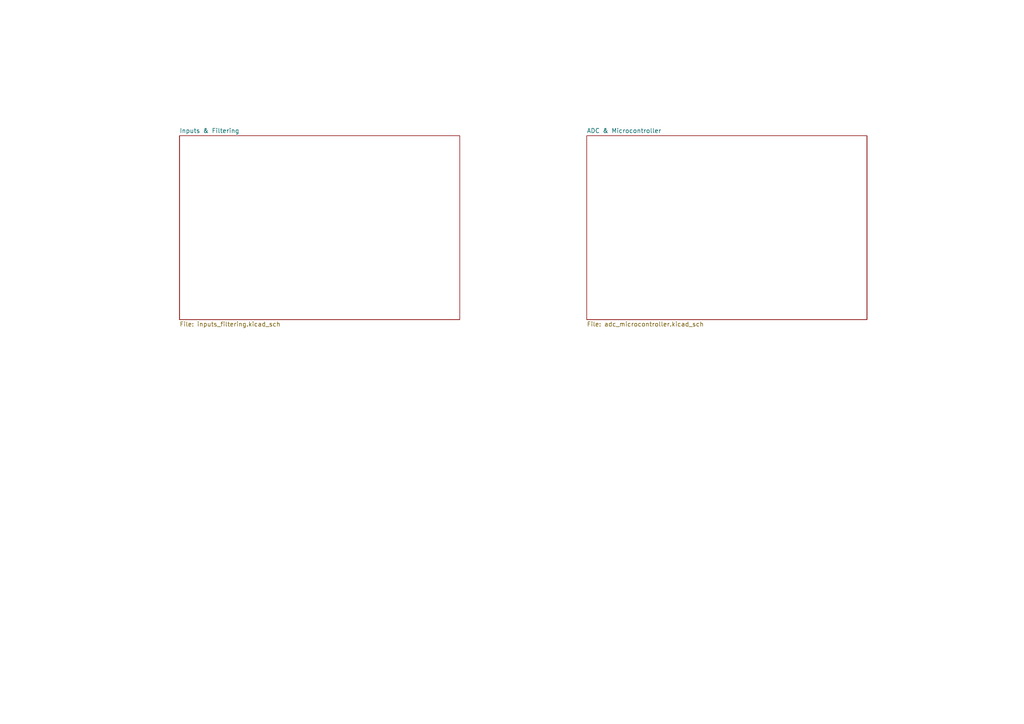
<source format=kicad_sch>
(kicad_sch
	(version 20231120)
	(generator "eeschema")
	(generator_version "8.0")
	(uuid "237f3b4a-1f79-4075-8dc8-67b2fcbd132d")
	(paper "A4")
	(title_block
		(title "ADS1299 PCB Final")
		(company "Gh05t")
	)
	(lib_symbols)
	(sheet
		(at 52.07 39.37)
		(size 81.28 53.34)
		(fields_autoplaced yes)
		(stroke
			(width 0.1524)
			(type solid)
		)
		(fill
			(color 0 0 0 0.0000)
		)
		(uuid "713cfc75-b94c-4821-ad9c-6d5f2067f91d")
		(property "Sheetname" "Inputs & Filtering"
			(at 52.07 38.6584 0)
			(effects
				(font
					(size 1.27 1.27)
				)
				(justify left bottom)
			)
		)
		(property "Sheetfile" "inputs_filtering.kicad_sch"
			(at 52.07 93.2946 0)
			(effects
				(font
					(size 1.27 1.27)
				)
				(justify left top)
			)
		)
		(instances
			(project "ADS1299_PCB_Final"
				(path "/237f3b4a-1f79-4075-8dc8-67b2fcbd132d"
					(page "2")
				)
			)
		)
	)
	(sheet
		(at 170.18 39.37)
		(size 81.28 53.34)
		(fields_autoplaced yes)
		(stroke
			(width 0.1524)
			(type solid)
		)
		(fill
			(color 0 0 0 0.0000)
		)
		(uuid "bcc3b0bf-0d36-451e-bad1-e48b587adf9f")
		(property "Sheetname" "ADC & Microcontroller"
			(at 170.18 38.6584 0)
			(effects
				(font
					(size 1.27 1.27)
				)
				(justify left bottom)
			)
		)
		(property "Sheetfile" "adc_microcontroller.kicad_sch"
			(at 170.18 93.2946 0)
			(effects
				(font
					(size 1.27 1.27)
				)
				(justify left top)
			)
		)
		(instances
			(project "ADS1299_PCB_Final"
				(path "/237f3b4a-1f79-4075-8dc8-67b2fcbd132d"
					(page "3")
				)
			)
		)
	)
	(sheet_instances
		(path "/"
			(page "1")
		)
	)
)

</source>
